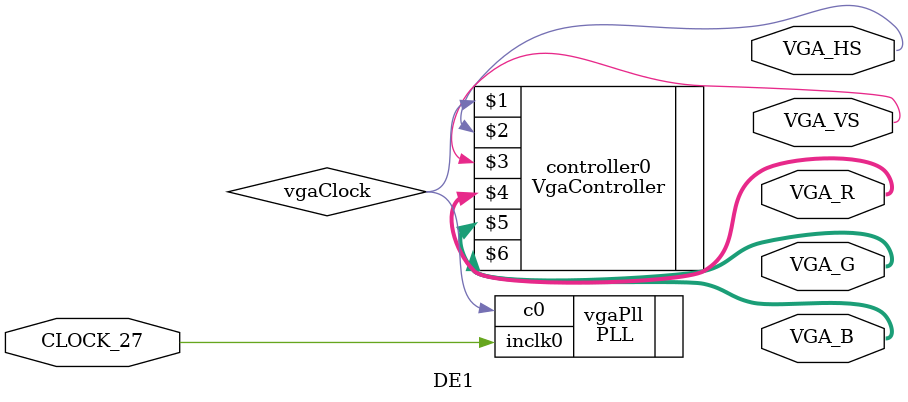
<source format=v>
module DE1(
    input CLOCK_27,
    output [3:0] VGA_R, VGA_G, VGA_B,
    output VGA_HS, VGA_VS);

    wire vgaClock;
    
    PLL vgaPll(
        .inclk0(CLOCK_27),
        .c0(vgaClock));
    
    VgaController controller0(
        vgaClock,
        VGA_HS, VGA_VS,
        VGA_R, VGA_G, VGA_B);
endmodule

</source>
